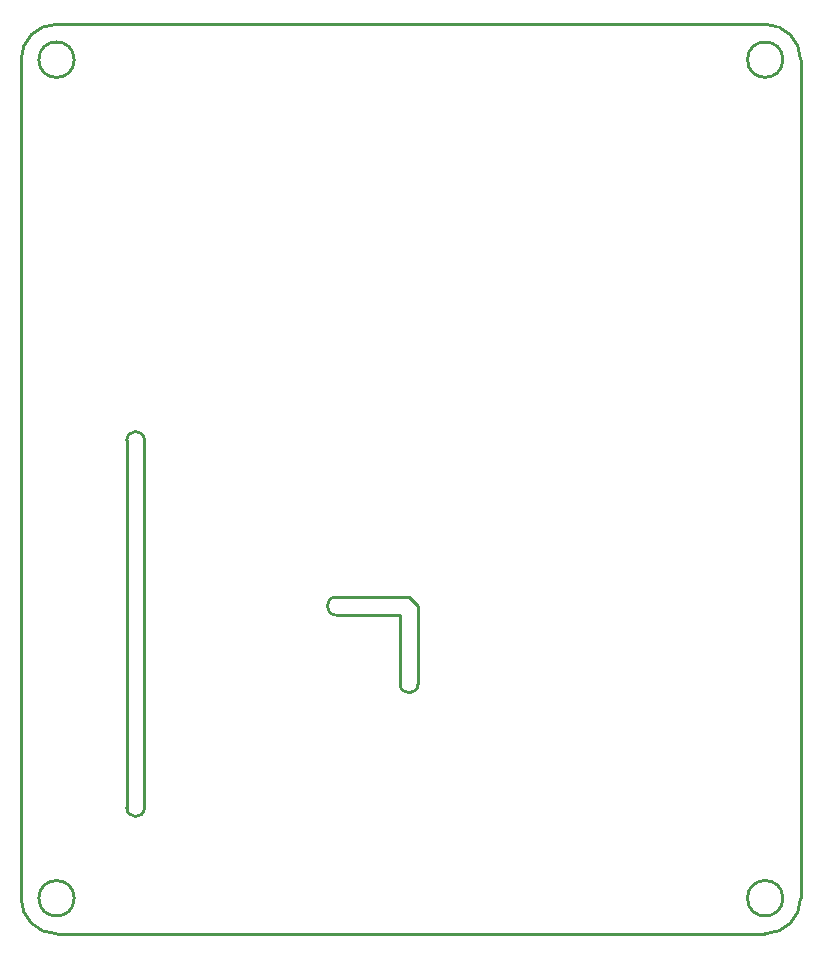
<source format=gko>
G04*
G04 #@! TF.GenerationSoftware,Altium Limited,Altium Designer,24.3.1 (35)*
G04*
G04 Layer_Color=16711935*
%FSLAX44Y44*%
%MOMM*%
G71*
G04*
G04 #@! TF.SameCoordinates,EE9A5EF0-155C-4C8F-B462-BE7DD29FB847*
G04*
G04*
G04 #@! TF.FilePolarity,Positive*
G04*
G01*
G75*
%ADD11C,0.2540*%
D11*
X266639Y284960D02*
G03*
X266639Y269960I0J-7500D01*
G01*
X321000Y211387D02*
G03*
X336000Y211387I7500J0D01*
G01*
X645000Y740000D02*
G03*
X645000Y740000I-15000J0D01*
G01*
X660000D02*
G03*
X630000Y770000I-30000J0D01*
G01*
X45000Y740000D02*
G03*
X45000Y740000I-15000J0D01*
G01*
X30000Y770000D02*
G03*
X0Y740000I0J-30000D01*
G01*
X45000Y30000D02*
G03*
X45000Y30000I-15000J0D01*
G01*
X0D02*
G03*
X30000Y0I30000J0D01*
G01*
X630000D02*
G03*
X660000Y30000I0J30000D01*
G01*
X645000D02*
G03*
X645000Y30000I-15000J0D01*
G01*
X104500Y417626D02*
G03*
X89500Y417626I-7500J0D01*
G01*
Y106749D02*
G03*
X104500Y106749I7500J0D01*
G01*
X660000Y30000D02*
Y740000D01*
X30000Y769999D02*
X630001D01*
X0Y740000D02*
X0Y30000D01*
X30000Y0D02*
X630000Y0D01*
X321000Y211387D02*
Y217103D01*
X336000Y211387D02*
Y277400D01*
X328400Y285000D02*
X336000Y277400D01*
X266639Y285000D02*
X328400D01*
X266639Y270000D02*
X320569D01*
X321000Y269569D01*
Y217103D02*
Y269569D01*
X89500Y417626D02*
X89500Y106780D01*
X104500Y417626D02*
X104500Y106749D01*
M02*

</source>
